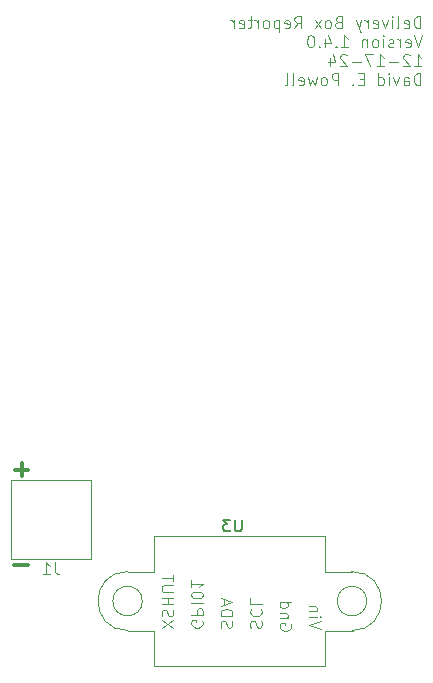
<source format=gbr>
%TF.GenerationSoftware,KiCad,Pcbnew,8.0.7-unknown-202412111143~94124538da~ubuntu24.04.1*%
%TF.CreationDate,2024-12-18T03:39:21-06:00*%
%TF.ProjectId,delivery-box-reporter,64656c69-7665-4727-992d-626f782d7265,rev?*%
%TF.SameCoordinates,Original*%
%TF.FileFunction,Legend,Bot*%
%TF.FilePolarity,Positive*%
%FSLAX46Y46*%
G04 Gerber Fmt 4.6, Leading zero omitted, Abs format (unit mm)*
G04 Created by KiCad (PCBNEW 8.0.7-unknown-202412111143~94124538da~ubuntu24.04.1) date 2024-12-18 03:39:21*
%MOMM*%
%LPD*%
G01*
G04 APERTURE LIST*
%ADD10C,0.300000*%
%ADD11C,0.100000*%
%ADD12C,0.150000*%
%ADD13C,0.120000*%
G04 APERTURE END LIST*
D10*
X123754510Y-112579400D02*
X124897368Y-112579400D01*
X124325939Y-113150828D02*
X124325939Y-112007971D01*
D11*
X158096115Y-75192587D02*
X158096115Y-74192587D01*
X158096115Y-74192587D02*
X157858020Y-74192587D01*
X157858020Y-74192587D02*
X157715163Y-74240206D01*
X157715163Y-74240206D02*
X157619925Y-74335444D01*
X157619925Y-74335444D02*
X157572306Y-74430682D01*
X157572306Y-74430682D02*
X157524687Y-74621158D01*
X157524687Y-74621158D02*
X157524687Y-74764015D01*
X157524687Y-74764015D02*
X157572306Y-74954491D01*
X157572306Y-74954491D02*
X157619925Y-75049729D01*
X157619925Y-75049729D02*
X157715163Y-75144968D01*
X157715163Y-75144968D02*
X157858020Y-75192587D01*
X157858020Y-75192587D02*
X158096115Y-75192587D01*
X156715163Y-75144968D02*
X156810401Y-75192587D01*
X156810401Y-75192587D02*
X157000877Y-75192587D01*
X157000877Y-75192587D02*
X157096115Y-75144968D01*
X157096115Y-75144968D02*
X157143734Y-75049729D01*
X157143734Y-75049729D02*
X157143734Y-74668777D01*
X157143734Y-74668777D02*
X157096115Y-74573539D01*
X157096115Y-74573539D02*
X157000877Y-74525920D01*
X157000877Y-74525920D02*
X156810401Y-74525920D01*
X156810401Y-74525920D02*
X156715163Y-74573539D01*
X156715163Y-74573539D02*
X156667544Y-74668777D01*
X156667544Y-74668777D02*
X156667544Y-74764015D01*
X156667544Y-74764015D02*
X157143734Y-74859253D01*
X156096115Y-75192587D02*
X156191353Y-75144968D01*
X156191353Y-75144968D02*
X156238972Y-75049729D01*
X156238972Y-75049729D02*
X156238972Y-74192587D01*
X155715162Y-75192587D02*
X155715162Y-74525920D01*
X155715162Y-74192587D02*
X155762781Y-74240206D01*
X155762781Y-74240206D02*
X155715162Y-74287825D01*
X155715162Y-74287825D02*
X155667543Y-74240206D01*
X155667543Y-74240206D02*
X155715162Y-74192587D01*
X155715162Y-74192587D02*
X155715162Y-74287825D01*
X155334210Y-74525920D02*
X155096115Y-75192587D01*
X155096115Y-75192587D02*
X154858020Y-74525920D01*
X154096115Y-75144968D02*
X154191353Y-75192587D01*
X154191353Y-75192587D02*
X154381829Y-75192587D01*
X154381829Y-75192587D02*
X154477067Y-75144968D01*
X154477067Y-75144968D02*
X154524686Y-75049729D01*
X154524686Y-75049729D02*
X154524686Y-74668777D01*
X154524686Y-74668777D02*
X154477067Y-74573539D01*
X154477067Y-74573539D02*
X154381829Y-74525920D01*
X154381829Y-74525920D02*
X154191353Y-74525920D01*
X154191353Y-74525920D02*
X154096115Y-74573539D01*
X154096115Y-74573539D02*
X154048496Y-74668777D01*
X154048496Y-74668777D02*
X154048496Y-74764015D01*
X154048496Y-74764015D02*
X154524686Y-74859253D01*
X153619924Y-75192587D02*
X153619924Y-74525920D01*
X153619924Y-74716396D02*
X153572305Y-74621158D01*
X153572305Y-74621158D02*
X153524686Y-74573539D01*
X153524686Y-74573539D02*
X153429448Y-74525920D01*
X153429448Y-74525920D02*
X153334210Y-74525920D01*
X153096114Y-74525920D02*
X152858019Y-75192587D01*
X152619924Y-74525920D02*
X152858019Y-75192587D01*
X152858019Y-75192587D02*
X152953257Y-75430682D01*
X152953257Y-75430682D02*
X153000876Y-75478301D01*
X153000876Y-75478301D02*
X153096114Y-75525920D01*
X151143733Y-74668777D02*
X151000876Y-74716396D01*
X151000876Y-74716396D02*
X150953257Y-74764015D01*
X150953257Y-74764015D02*
X150905638Y-74859253D01*
X150905638Y-74859253D02*
X150905638Y-75002110D01*
X150905638Y-75002110D02*
X150953257Y-75097348D01*
X150953257Y-75097348D02*
X151000876Y-75144968D01*
X151000876Y-75144968D02*
X151096114Y-75192587D01*
X151096114Y-75192587D02*
X151477066Y-75192587D01*
X151477066Y-75192587D02*
X151477066Y-74192587D01*
X151477066Y-74192587D02*
X151143733Y-74192587D01*
X151143733Y-74192587D02*
X151048495Y-74240206D01*
X151048495Y-74240206D02*
X151000876Y-74287825D01*
X151000876Y-74287825D02*
X150953257Y-74383063D01*
X150953257Y-74383063D02*
X150953257Y-74478301D01*
X150953257Y-74478301D02*
X151000876Y-74573539D01*
X151000876Y-74573539D02*
X151048495Y-74621158D01*
X151048495Y-74621158D02*
X151143733Y-74668777D01*
X151143733Y-74668777D02*
X151477066Y-74668777D01*
X150334209Y-75192587D02*
X150429447Y-75144968D01*
X150429447Y-75144968D02*
X150477066Y-75097348D01*
X150477066Y-75097348D02*
X150524685Y-75002110D01*
X150524685Y-75002110D02*
X150524685Y-74716396D01*
X150524685Y-74716396D02*
X150477066Y-74621158D01*
X150477066Y-74621158D02*
X150429447Y-74573539D01*
X150429447Y-74573539D02*
X150334209Y-74525920D01*
X150334209Y-74525920D02*
X150191352Y-74525920D01*
X150191352Y-74525920D02*
X150096114Y-74573539D01*
X150096114Y-74573539D02*
X150048495Y-74621158D01*
X150048495Y-74621158D02*
X150000876Y-74716396D01*
X150000876Y-74716396D02*
X150000876Y-75002110D01*
X150000876Y-75002110D02*
X150048495Y-75097348D01*
X150048495Y-75097348D02*
X150096114Y-75144968D01*
X150096114Y-75144968D02*
X150191352Y-75192587D01*
X150191352Y-75192587D02*
X150334209Y-75192587D01*
X149667542Y-75192587D02*
X149143733Y-74525920D01*
X149667542Y-74525920D02*
X149143733Y-75192587D01*
X147429447Y-75192587D02*
X147762780Y-74716396D01*
X148000875Y-75192587D02*
X148000875Y-74192587D01*
X148000875Y-74192587D02*
X147619923Y-74192587D01*
X147619923Y-74192587D02*
X147524685Y-74240206D01*
X147524685Y-74240206D02*
X147477066Y-74287825D01*
X147477066Y-74287825D02*
X147429447Y-74383063D01*
X147429447Y-74383063D02*
X147429447Y-74525920D01*
X147429447Y-74525920D02*
X147477066Y-74621158D01*
X147477066Y-74621158D02*
X147524685Y-74668777D01*
X147524685Y-74668777D02*
X147619923Y-74716396D01*
X147619923Y-74716396D02*
X148000875Y-74716396D01*
X146619923Y-75144968D02*
X146715161Y-75192587D01*
X146715161Y-75192587D02*
X146905637Y-75192587D01*
X146905637Y-75192587D02*
X147000875Y-75144968D01*
X147000875Y-75144968D02*
X147048494Y-75049729D01*
X147048494Y-75049729D02*
X147048494Y-74668777D01*
X147048494Y-74668777D02*
X147000875Y-74573539D01*
X147000875Y-74573539D02*
X146905637Y-74525920D01*
X146905637Y-74525920D02*
X146715161Y-74525920D01*
X146715161Y-74525920D02*
X146619923Y-74573539D01*
X146619923Y-74573539D02*
X146572304Y-74668777D01*
X146572304Y-74668777D02*
X146572304Y-74764015D01*
X146572304Y-74764015D02*
X147048494Y-74859253D01*
X146143732Y-74525920D02*
X146143732Y-75525920D01*
X146143732Y-74573539D02*
X146048494Y-74525920D01*
X146048494Y-74525920D02*
X145858018Y-74525920D01*
X145858018Y-74525920D02*
X145762780Y-74573539D01*
X145762780Y-74573539D02*
X145715161Y-74621158D01*
X145715161Y-74621158D02*
X145667542Y-74716396D01*
X145667542Y-74716396D02*
X145667542Y-75002110D01*
X145667542Y-75002110D02*
X145715161Y-75097348D01*
X145715161Y-75097348D02*
X145762780Y-75144968D01*
X145762780Y-75144968D02*
X145858018Y-75192587D01*
X145858018Y-75192587D02*
X146048494Y-75192587D01*
X146048494Y-75192587D02*
X146143732Y-75144968D01*
X145096113Y-75192587D02*
X145191351Y-75144968D01*
X145191351Y-75144968D02*
X145238970Y-75097348D01*
X145238970Y-75097348D02*
X145286589Y-75002110D01*
X145286589Y-75002110D02*
X145286589Y-74716396D01*
X145286589Y-74716396D02*
X145238970Y-74621158D01*
X145238970Y-74621158D02*
X145191351Y-74573539D01*
X145191351Y-74573539D02*
X145096113Y-74525920D01*
X145096113Y-74525920D02*
X144953256Y-74525920D01*
X144953256Y-74525920D02*
X144858018Y-74573539D01*
X144858018Y-74573539D02*
X144810399Y-74621158D01*
X144810399Y-74621158D02*
X144762780Y-74716396D01*
X144762780Y-74716396D02*
X144762780Y-75002110D01*
X144762780Y-75002110D02*
X144810399Y-75097348D01*
X144810399Y-75097348D02*
X144858018Y-75144968D01*
X144858018Y-75144968D02*
X144953256Y-75192587D01*
X144953256Y-75192587D02*
X145096113Y-75192587D01*
X144334208Y-75192587D02*
X144334208Y-74525920D01*
X144334208Y-74716396D02*
X144286589Y-74621158D01*
X144286589Y-74621158D02*
X144238970Y-74573539D01*
X144238970Y-74573539D02*
X144143732Y-74525920D01*
X144143732Y-74525920D02*
X144048494Y-74525920D01*
X143858017Y-74525920D02*
X143477065Y-74525920D01*
X143715160Y-74192587D02*
X143715160Y-75049729D01*
X143715160Y-75049729D02*
X143667541Y-75144968D01*
X143667541Y-75144968D02*
X143572303Y-75192587D01*
X143572303Y-75192587D02*
X143477065Y-75192587D01*
X142762779Y-75144968D02*
X142858017Y-75192587D01*
X142858017Y-75192587D02*
X143048493Y-75192587D01*
X143048493Y-75192587D02*
X143143731Y-75144968D01*
X143143731Y-75144968D02*
X143191350Y-75049729D01*
X143191350Y-75049729D02*
X143191350Y-74668777D01*
X143191350Y-74668777D02*
X143143731Y-74573539D01*
X143143731Y-74573539D02*
X143048493Y-74525920D01*
X143048493Y-74525920D02*
X142858017Y-74525920D01*
X142858017Y-74525920D02*
X142762779Y-74573539D01*
X142762779Y-74573539D02*
X142715160Y-74668777D01*
X142715160Y-74668777D02*
X142715160Y-74764015D01*
X142715160Y-74764015D02*
X143191350Y-74859253D01*
X142286588Y-75192587D02*
X142286588Y-74525920D01*
X142286588Y-74716396D02*
X142238969Y-74621158D01*
X142238969Y-74621158D02*
X142191350Y-74573539D01*
X142191350Y-74573539D02*
X142096112Y-74525920D01*
X142096112Y-74525920D02*
X142000874Y-74525920D01*
X158238972Y-75802531D02*
X157905639Y-76802531D01*
X157905639Y-76802531D02*
X157572306Y-75802531D01*
X156858020Y-76754912D02*
X156953258Y-76802531D01*
X156953258Y-76802531D02*
X157143734Y-76802531D01*
X157143734Y-76802531D02*
X157238972Y-76754912D01*
X157238972Y-76754912D02*
X157286591Y-76659673D01*
X157286591Y-76659673D02*
X157286591Y-76278721D01*
X157286591Y-76278721D02*
X157238972Y-76183483D01*
X157238972Y-76183483D02*
X157143734Y-76135864D01*
X157143734Y-76135864D02*
X156953258Y-76135864D01*
X156953258Y-76135864D02*
X156858020Y-76183483D01*
X156858020Y-76183483D02*
X156810401Y-76278721D01*
X156810401Y-76278721D02*
X156810401Y-76373959D01*
X156810401Y-76373959D02*
X157286591Y-76469197D01*
X156381829Y-76802531D02*
X156381829Y-76135864D01*
X156381829Y-76326340D02*
X156334210Y-76231102D01*
X156334210Y-76231102D02*
X156286591Y-76183483D01*
X156286591Y-76183483D02*
X156191353Y-76135864D01*
X156191353Y-76135864D02*
X156096115Y-76135864D01*
X155810400Y-76754912D02*
X155715162Y-76802531D01*
X155715162Y-76802531D02*
X155524686Y-76802531D01*
X155524686Y-76802531D02*
X155429448Y-76754912D01*
X155429448Y-76754912D02*
X155381829Y-76659673D01*
X155381829Y-76659673D02*
X155381829Y-76612054D01*
X155381829Y-76612054D02*
X155429448Y-76516816D01*
X155429448Y-76516816D02*
X155524686Y-76469197D01*
X155524686Y-76469197D02*
X155667543Y-76469197D01*
X155667543Y-76469197D02*
X155762781Y-76421578D01*
X155762781Y-76421578D02*
X155810400Y-76326340D01*
X155810400Y-76326340D02*
X155810400Y-76278721D01*
X155810400Y-76278721D02*
X155762781Y-76183483D01*
X155762781Y-76183483D02*
X155667543Y-76135864D01*
X155667543Y-76135864D02*
X155524686Y-76135864D01*
X155524686Y-76135864D02*
X155429448Y-76183483D01*
X154953257Y-76802531D02*
X154953257Y-76135864D01*
X154953257Y-75802531D02*
X155000876Y-75850150D01*
X155000876Y-75850150D02*
X154953257Y-75897769D01*
X154953257Y-75897769D02*
X154905638Y-75850150D01*
X154905638Y-75850150D02*
X154953257Y-75802531D01*
X154953257Y-75802531D02*
X154953257Y-75897769D01*
X154334210Y-76802531D02*
X154429448Y-76754912D01*
X154429448Y-76754912D02*
X154477067Y-76707292D01*
X154477067Y-76707292D02*
X154524686Y-76612054D01*
X154524686Y-76612054D02*
X154524686Y-76326340D01*
X154524686Y-76326340D02*
X154477067Y-76231102D01*
X154477067Y-76231102D02*
X154429448Y-76183483D01*
X154429448Y-76183483D02*
X154334210Y-76135864D01*
X154334210Y-76135864D02*
X154191353Y-76135864D01*
X154191353Y-76135864D02*
X154096115Y-76183483D01*
X154096115Y-76183483D02*
X154048496Y-76231102D01*
X154048496Y-76231102D02*
X154000877Y-76326340D01*
X154000877Y-76326340D02*
X154000877Y-76612054D01*
X154000877Y-76612054D02*
X154048496Y-76707292D01*
X154048496Y-76707292D02*
X154096115Y-76754912D01*
X154096115Y-76754912D02*
X154191353Y-76802531D01*
X154191353Y-76802531D02*
X154334210Y-76802531D01*
X153572305Y-76135864D02*
X153572305Y-76802531D01*
X153572305Y-76231102D02*
X153524686Y-76183483D01*
X153524686Y-76183483D02*
X153429448Y-76135864D01*
X153429448Y-76135864D02*
X153286591Y-76135864D01*
X153286591Y-76135864D02*
X153191353Y-76183483D01*
X153191353Y-76183483D02*
X153143734Y-76278721D01*
X153143734Y-76278721D02*
X153143734Y-76802531D01*
X151381829Y-76802531D02*
X151953257Y-76802531D01*
X151667543Y-76802531D02*
X151667543Y-75802531D01*
X151667543Y-75802531D02*
X151762781Y-75945388D01*
X151762781Y-75945388D02*
X151858019Y-76040626D01*
X151858019Y-76040626D02*
X151953257Y-76088245D01*
X150953257Y-76707292D02*
X150905638Y-76754912D01*
X150905638Y-76754912D02*
X150953257Y-76802531D01*
X150953257Y-76802531D02*
X151000876Y-76754912D01*
X151000876Y-76754912D02*
X150953257Y-76707292D01*
X150953257Y-76707292D02*
X150953257Y-76802531D01*
X150048496Y-76135864D02*
X150048496Y-76802531D01*
X150286591Y-75754912D02*
X150524686Y-76469197D01*
X150524686Y-76469197D02*
X149905639Y-76469197D01*
X149524686Y-76707292D02*
X149477067Y-76754912D01*
X149477067Y-76754912D02*
X149524686Y-76802531D01*
X149524686Y-76802531D02*
X149572305Y-76754912D01*
X149572305Y-76754912D02*
X149524686Y-76707292D01*
X149524686Y-76707292D02*
X149524686Y-76802531D01*
X148858020Y-75802531D02*
X148762782Y-75802531D01*
X148762782Y-75802531D02*
X148667544Y-75850150D01*
X148667544Y-75850150D02*
X148619925Y-75897769D01*
X148619925Y-75897769D02*
X148572306Y-75993007D01*
X148572306Y-75993007D02*
X148524687Y-76183483D01*
X148524687Y-76183483D02*
X148524687Y-76421578D01*
X148524687Y-76421578D02*
X148572306Y-76612054D01*
X148572306Y-76612054D02*
X148619925Y-76707292D01*
X148619925Y-76707292D02*
X148667544Y-76754912D01*
X148667544Y-76754912D02*
X148762782Y-76802531D01*
X148762782Y-76802531D02*
X148858020Y-76802531D01*
X148858020Y-76802531D02*
X148953258Y-76754912D01*
X148953258Y-76754912D02*
X149000877Y-76707292D01*
X149000877Y-76707292D02*
X149048496Y-76612054D01*
X149048496Y-76612054D02*
X149096115Y-76421578D01*
X149096115Y-76421578D02*
X149096115Y-76183483D01*
X149096115Y-76183483D02*
X149048496Y-75993007D01*
X149048496Y-75993007D02*
X149000877Y-75897769D01*
X149000877Y-75897769D02*
X148953258Y-75850150D01*
X148953258Y-75850150D02*
X148858020Y-75802531D01*
X157572306Y-78412475D02*
X158143734Y-78412475D01*
X157858020Y-78412475D02*
X157858020Y-77412475D01*
X157858020Y-77412475D02*
X157953258Y-77555332D01*
X157953258Y-77555332D02*
X158048496Y-77650570D01*
X158048496Y-77650570D02*
X158143734Y-77698189D01*
X157191353Y-77507713D02*
X157143734Y-77460094D01*
X157143734Y-77460094D02*
X157048496Y-77412475D01*
X157048496Y-77412475D02*
X156810401Y-77412475D01*
X156810401Y-77412475D02*
X156715163Y-77460094D01*
X156715163Y-77460094D02*
X156667544Y-77507713D01*
X156667544Y-77507713D02*
X156619925Y-77602951D01*
X156619925Y-77602951D02*
X156619925Y-77698189D01*
X156619925Y-77698189D02*
X156667544Y-77841046D01*
X156667544Y-77841046D02*
X157238972Y-78412475D01*
X157238972Y-78412475D02*
X156619925Y-78412475D01*
X156191353Y-78031522D02*
X155429449Y-78031522D01*
X154429449Y-78412475D02*
X155000877Y-78412475D01*
X154715163Y-78412475D02*
X154715163Y-77412475D01*
X154715163Y-77412475D02*
X154810401Y-77555332D01*
X154810401Y-77555332D02*
X154905639Y-77650570D01*
X154905639Y-77650570D02*
X155000877Y-77698189D01*
X154096115Y-77412475D02*
X153429449Y-77412475D01*
X153429449Y-77412475D02*
X153858020Y-78412475D01*
X153048496Y-78031522D02*
X152286592Y-78031522D01*
X151858020Y-77507713D02*
X151810401Y-77460094D01*
X151810401Y-77460094D02*
X151715163Y-77412475D01*
X151715163Y-77412475D02*
X151477068Y-77412475D01*
X151477068Y-77412475D02*
X151381830Y-77460094D01*
X151381830Y-77460094D02*
X151334211Y-77507713D01*
X151334211Y-77507713D02*
X151286592Y-77602951D01*
X151286592Y-77602951D02*
X151286592Y-77698189D01*
X151286592Y-77698189D02*
X151334211Y-77841046D01*
X151334211Y-77841046D02*
X151905639Y-78412475D01*
X151905639Y-78412475D02*
X151286592Y-78412475D01*
X150429449Y-77745808D02*
X150429449Y-78412475D01*
X150667544Y-77364856D02*
X150905639Y-78079141D01*
X150905639Y-78079141D02*
X150286592Y-78079141D01*
X158096115Y-80022419D02*
X158096115Y-79022419D01*
X158096115Y-79022419D02*
X157858020Y-79022419D01*
X157858020Y-79022419D02*
X157715163Y-79070038D01*
X157715163Y-79070038D02*
X157619925Y-79165276D01*
X157619925Y-79165276D02*
X157572306Y-79260514D01*
X157572306Y-79260514D02*
X157524687Y-79450990D01*
X157524687Y-79450990D02*
X157524687Y-79593847D01*
X157524687Y-79593847D02*
X157572306Y-79784323D01*
X157572306Y-79784323D02*
X157619925Y-79879561D01*
X157619925Y-79879561D02*
X157715163Y-79974800D01*
X157715163Y-79974800D02*
X157858020Y-80022419D01*
X157858020Y-80022419D02*
X158096115Y-80022419D01*
X156667544Y-80022419D02*
X156667544Y-79498609D01*
X156667544Y-79498609D02*
X156715163Y-79403371D01*
X156715163Y-79403371D02*
X156810401Y-79355752D01*
X156810401Y-79355752D02*
X157000877Y-79355752D01*
X157000877Y-79355752D02*
X157096115Y-79403371D01*
X156667544Y-79974800D02*
X156762782Y-80022419D01*
X156762782Y-80022419D02*
X157000877Y-80022419D01*
X157000877Y-80022419D02*
X157096115Y-79974800D01*
X157096115Y-79974800D02*
X157143734Y-79879561D01*
X157143734Y-79879561D02*
X157143734Y-79784323D01*
X157143734Y-79784323D02*
X157096115Y-79689085D01*
X157096115Y-79689085D02*
X157000877Y-79641466D01*
X157000877Y-79641466D02*
X156762782Y-79641466D01*
X156762782Y-79641466D02*
X156667544Y-79593847D01*
X156286591Y-79355752D02*
X156048496Y-80022419D01*
X156048496Y-80022419D02*
X155810401Y-79355752D01*
X155429448Y-80022419D02*
X155429448Y-79355752D01*
X155429448Y-79022419D02*
X155477067Y-79070038D01*
X155477067Y-79070038D02*
X155429448Y-79117657D01*
X155429448Y-79117657D02*
X155381829Y-79070038D01*
X155381829Y-79070038D02*
X155429448Y-79022419D01*
X155429448Y-79022419D02*
X155429448Y-79117657D01*
X154524687Y-80022419D02*
X154524687Y-79022419D01*
X154524687Y-79974800D02*
X154619925Y-80022419D01*
X154619925Y-80022419D02*
X154810401Y-80022419D01*
X154810401Y-80022419D02*
X154905639Y-79974800D01*
X154905639Y-79974800D02*
X154953258Y-79927180D01*
X154953258Y-79927180D02*
X155000877Y-79831942D01*
X155000877Y-79831942D02*
X155000877Y-79546228D01*
X155000877Y-79546228D02*
X154953258Y-79450990D01*
X154953258Y-79450990D02*
X154905639Y-79403371D01*
X154905639Y-79403371D02*
X154810401Y-79355752D01*
X154810401Y-79355752D02*
X154619925Y-79355752D01*
X154619925Y-79355752D02*
X154524687Y-79403371D01*
X153286591Y-79498609D02*
X152953258Y-79498609D01*
X152810401Y-80022419D02*
X153286591Y-80022419D01*
X153286591Y-80022419D02*
X153286591Y-79022419D01*
X153286591Y-79022419D02*
X152810401Y-79022419D01*
X152381829Y-79927180D02*
X152334210Y-79974800D01*
X152334210Y-79974800D02*
X152381829Y-80022419D01*
X152381829Y-80022419D02*
X152429448Y-79974800D01*
X152429448Y-79974800D02*
X152381829Y-79927180D01*
X152381829Y-79927180D02*
X152381829Y-80022419D01*
X151143734Y-80022419D02*
X151143734Y-79022419D01*
X151143734Y-79022419D02*
X150762782Y-79022419D01*
X150762782Y-79022419D02*
X150667544Y-79070038D01*
X150667544Y-79070038D02*
X150619925Y-79117657D01*
X150619925Y-79117657D02*
X150572306Y-79212895D01*
X150572306Y-79212895D02*
X150572306Y-79355752D01*
X150572306Y-79355752D02*
X150619925Y-79450990D01*
X150619925Y-79450990D02*
X150667544Y-79498609D01*
X150667544Y-79498609D02*
X150762782Y-79546228D01*
X150762782Y-79546228D02*
X151143734Y-79546228D01*
X150000877Y-80022419D02*
X150096115Y-79974800D01*
X150096115Y-79974800D02*
X150143734Y-79927180D01*
X150143734Y-79927180D02*
X150191353Y-79831942D01*
X150191353Y-79831942D02*
X150191353Y-79546228D01*
X150191353Y-79546228D02*
X150143734Y-79450990D01*
X150143734Y-79450990D02*
X150096115Y-79403371D01*
X150096115Y-79403371D02*
X150000877Y-79355752D01*
X150000877Y-79355752D02*
X149858020Y-79355752D01*
X149858020Y-79355752D02*
X149762782Y-79403371D01*
X149762782Y-79403371D02*
X149715163Y-79450990D01*
X149715163Y-79450990D02*
X149667544Y-79546228D01*
X149667544Y-79546228D02*
X149667544Y-79831942D01*
X149667544Y-79831942D02*
X149715163Y-79927180D01*
X149715163Y-79927180D02*
X149762782Y-79974800D01*
X149762782Y-79974800D02*
X149858020Y-80022419D01*
X149858020Y-80022419D02*
X150000877Y-80022419D01*
X149334210Y-79355752D02*
X149143734Y-80022419D01*
X149143734Y-80022419D02*
X148953258Y-79546228D01*
X148953258Y-79546228D02*
X148762782Y-80022419D01*
X148762782Y-80022419D02*
X148572306Y-79355752D01*
X147810401Y-79974800D02*
X147905639Y-80022419D01*
X147905639Y-80022419D02*
X148096115Y-80022419D01*
X148096115Y-80022419D02*
X148191353Y-79974800D01*
X148191353Y-79974800D02*
X148238972Y-79879561D01*
X148238972Y-79879561D02*
X148238972Y-79498609D01*
X148238972Y-79498609D02*
X148191353Y-79403371D01*
X148191353Y-79403371D02*
X148096115Y-79355752D01*
X148096115Y-79355752D02*
X147905639Y-79355752D01*
X147905639Y-79355752D02*
X147810401Y-79403371D01*
X147810401Y-79403371D02*
X147762782Y-79498609D01*
X147762782Y-79498609D02*
X147762782Y-79593847D01*
X147762782Y-79593847D02*
X148238972Y-79689085D01*
X147191353Y-80022419D02*
X147286591Y-79974800D01*
X147286591Y-79974800D02*
X147334210Y-79879561D01*
X147334210Y-79879561D02*
X147334210Y-79022419D01*
X146667543Y-80022419D02*
X146762781Y-79974800D01*
X146762781Y-79974800D02*
X146810400Y-79879561D01*
X146810400Y-79879561D02*
X146810400Y-79022419D01*
D10*
X123704510Y-120679400D02*
X124847368Y-120679400D01*
D12*
X142961904Y-116804819D02*
X142961904Y-117614342D01*
X142961904Y-117614342D02*
X142914285Y-117709580D01*
X142914285Y-117709580D02*
X142866666Y-117757200D01*
X142866666Y-117757200D02*
X142771428Y-117804819D01*
X142771428Y-117804819D02*
X142580952Y-117804819D01*
X142580952Y-117804819D02*
X142485714Y-117757200D01*
X142485714Y-117757200D02*
X142438095Y-117709580D01*
X142438095Y-117709580D02*
X142390476Y-117614342D01*
X142390476Y-117614342D02*
X142390476Y-116804819D01*
X142009523Y-116804819D02*
X141390476Y-116804819D01*
X141390476Y-116804819D02*
X141723809Y-117185771D01*
X141723809Y-117185771D02*
X141580952Y-117185771D01*
X141580952Y-117185771D02*
X141485714Y-117233390D01*
X141485714Y-117233390D02*
X141438095Y-117281009D01*
X141438095Y-117281009D02*
X141390476Y-117376247D01*
X141390476Y-117376247D02*
X141390476Y-117614342D01*
X141390476Y-117614342D02*
X141438095Y-117709580D01*
X141438095Y-117709580D02*
X141485714Y-117757200D01*
X141485714Y-117757200D02*
X141580952Y-117804819D01*
X141580952Y-117804819D02*
X141866666Y-117804819D01*
X141866666Y-117804819D02*
X141961904Y-117757200D01*
X141961904Y-117757200D02*
X142009523Y-117709580D01*
D11*
X143725200Y-125943734D02*
X143677580Y-125800877D01*
X143677580Y-125800877D02*
X143677580Y-125562782D01*
X143677580Y-125562782D02*
X143725200Y-125467544D01*
X143725200Y-125467544D02*
X143772819Y-125419925D01*
X143772819Y-125419925D02*
X143868057Y-125372306D01*
X143868057Y-125372306D02*
X143963295Y-125372306D01*
X143963295Y-125372306D02*
X144058533Y-125419925D01*
X144058533Y-125419925D02*
X144106152Y-125467544D01*
X144106152Y-125467544D02*
X144153771Y-125562782D01*
X144153771Y-125562782D02*
X144201390Y-125753258D01*
X144201390Y-125753258D02*
X144249009Y-125848496D01*
X144249009Y-125848496D02*
X144296628Y-125896115D01*
X144296628Y-125896115D02*
X144391866Y-125943734D01*
X144391866Y-125943734D02*
X144487104Y-125943734D01*
X144487104Y-125943734D02*
X144582342Y-125896115D01*
X144582342Y-125896115D02*
X144629961Y-125848496D01*
X144629961Y-125848496D02*
X144677580Y-125753258D01*
X144677580Y-125753258D02*
X144677580Y-125515163D01*
X144677580Y-125515163D02*
X144629961Y-125372306D01*
X143772819Y-124372306D02*
X143725200Y-124419925D01*
X143725200Y-124419925D02*
X143677580Y-124562782D01*
X143677580Y-124562782D02*
X143677580Y-124658020D01*
X143677580Y-124658020D02*
X143725200Y-124800877D01*
X143725200Y-124800877D02*
X143820438Y-124896115D01*
X143820438Y-124896115D02*
X143915676Y-124943734D01*
X143915676Y-124943734D02*
X144106152Y-124991353D01*
X144106152Y-124991353D02*
X144249009Y-124991353D01*
X144249009Y-124991353D02*
X144439485Y-124943734D01*
X144439485Y-124943734D02*
X144534723Y-124896115D01*
X144534723Y-124896115D02*
X144629961Y-124800877D01*
X144629961Y-124800877D02*
X144677580Y-124658020D01*
X144677580Y-124658020D02*
X144677580Y-124562782D01*
X144677580Y-124562782D02*
X144629961Y-124419925D01*
X144629961Y-124419925D02*
X144582342Y-124372306D01*
X143677580Y-123467544D02*
X143677580Y-123943734D01*
X143677580Y-123943734D02*
X144677580Y-123943734D01*
X147129961Y-125622306D02*
X147177580Y-125717544D01*
X147177580Y-125717544D02*
X147177580Y-125860401D01*
X147177580Y-125860401D02*
X147129961Y-126003258D01*
X147129961Y-126003258D02*
X147034723Y-126098496D01*
X147034723Y-126098496D02*
X146939485Y-126146115D01*
X146939485Y-126146115D02*
X146749009Y-126193734D01*
X146749009Y-126193734D02*
X146606152Y-126193734D01*
X146606152Y-126193734D02*
X146415676Y-126146115D01*
X146415676Y-126146115D02*
X146320438Y-126098496D01*
X146320438Y-126098496D02*
X146225200Y-126003258D01*
X146225200Y-126003258D02*
X146177580Y-125860401D01*
X146177580Y-125860401D02*
X146177580Y-125765163D01*
X146177580Y-125765163D02*
X146225200Y-125622306D01*
X146225200Y-125622306D02*
X146272819Y-125574687D01*
X146272819Y-125574687D02*
X146606152Y-125574687D01*
X146606152Y-125574687D02*
X146606152Y-125765163D01*
X146844247Y-125146115D02*
X146177580Y-125146115D01*
X146749009Y-125146115D02*
X146796628Y-125098496D01*
X146796628Y-125098496D02*
X146844247Y-125003258D01*
X146844247Y-125003258D02*
X146844247Y-124860401D01*
X146844247Y-124860401D02*
X146796628Y-124765163D01*
X146796628Y-124765163D02*
X146701390Y-124717544D01*
X146701390Y-124717544D02*
X146177580Y-124717544D01*
X146177580Y-123812782D02*
X147177580Y-123812782D01*
X146225200Y-123812782D02*
X146177580Y-123908020D01*
X146177580Y-123908020D02*
X146177580Y-124098496D01*
X146177580Y-124098496D02*
X146225200Y-124193734D01*
X146225200Y-124193734D02*
X146272819Y-124241353D01*
X146272819Y-124241353D02*
X146368057Y-124288972D01*
X146368057Y-124288972D02*
X146653771Y-124288972D01*
X146653771Y-124288972D02*
X146749009Y-124241353D01*
X146749009Y-124241353D02*
X146796628Y-124193734D01*
X146796628Y-124193734D02*
X146844247Y-124098496D01*
X146844247Y-124098496D02*
X146844247Y-123908020D01*
X146844247Y-123908020D02*
X146796628Y-123812782D01*
X149677580Y-126038972D02*
X148677580Y-125705639D01*
X148677580Y-125705639D02*
X149677580Y-125372306D01*
X148677580Y-125038972D02*
X149344247Y-125038972D01*
X149677580Y-125038972D02*
X149629961Y-125086591D01*
X149629961Y-125086591D02*
X149582342Y-125038972D01*
X149582342Y-125038972D02*
X149629961Y-124991353D01*
X149629961Y-124991353D02*
X149677580Y-125038972D01*
X149677580Y-125038972D02*
X149582342Y-125038972D01*
X149344247Y-124562782D02*
X148677580Y-124562782D01*
X149249009Y-124562782D02*
X149296628Y-124515163D01*
X149296628Y-124515163D02*
X149344247Y-124419925D01*
X149344247Y-124419925D02*
X149344247Y-124277068D01*
X149344247Y-124277068D02*
X149296628Y-124181830D01*
X149296628Y-124181830D02*
X149201390Y-124134211D01*
X149201390Y-124134211D02*
X148677580Y-124134211D01*
X141225200Y-125943734D02*
X141177580Y-125800877D01*
X141177580Y-125800877D02*
X141177580Y-125562782D01*
X141177580Y-125562782D02*
X141225200Y-125467544D01*
X141225200Y-125467544D02*
X141272819Y-125419925D01*
X141272819Y-125419925D02*
X141368057Y-125372306D01*
X141368057Y-125372306D02*
X141463295Y-125372306D01*
X141463295Y-125372306D02*
X141558533Y-125419925D01*
X141558533Y-125419925D02*
X141606152Y-125467544D01*
X141606152Y-125467544D02*
X141653771Y-125562782D01*
X141653771Y-125562782D02*
X141701390Y-125753258D01*
X141701390Y-125753258D02*
X141749009Y-125848496D01*
X141749009Y-125848496D02*
X141796628Y-125896115D01*
X141796628Y-125896115D02*
X141891866Y-125943734D01*
X141891866Y-125943734D02*
X141987104Y-125943734D01*
X141987104Y-125943734D02*
X142082342Y-125896115D01*
X142082342Y-125896115D02*
X142129961Y-125848496D01*
X142129961Y-125848496D02*
X142177580Y-125753258D01*
X142177580Y-125753258D02*
X142177580Y-125515163D01*
X142177580Y-125515163D02*
X142129961Y-125372306D01*
X141177580Y-124943734D02*
X142177580Y-124943734D01*
X142177580Y-124943734D02*
X142177580Y-124705639D01*
X142177580Y-124705639D02*
X142129961Y-124562782D01*
X142129961Y-124562782D02*
X142034723Y-124467544D01*
X142034723Y-124467544D02*
X141939485Y-124419925D01*
X141939485Y-124419925D02*
X141749009Y-124372306D01*
X141749009Y-124372306D02*
X141606152Y-124372306D01*
X141606152Y-124372306D02*
X141415676Y-124419925D01*
X141415676Y-124419925D02*
X141320438Y-124467544D01*
X141320438Y-124467544D02*
X141225200Y-124562782D01*
X141225200Y-124562782D02*
X141177580Y-124705639D01*
X141177580Y-124705639D02*
X141177580Y-124943734D01*
X141463295Y-123991353D02*
X141463295Y-123515163D01*
X141177580Y-124086591D02*
X142177580Y-123753258D01*
X142177580Y-123753258D02*
X141177580Y-123419925D01*
X137177580Y-125991353D02*
X136177580Y-125324687D01*
X137177580Y-125324687D02*
X136177580Y-125991353D01*
X136225200Y-124991353D02*
X136177580Y-124848496D01*
X136177580Y-124848496D02*
X136177580Y-124610401D01*
X136177580Y-124610401D02*
X136225200Y-124515163D01*
X136225200Y-124515163D02*
X136272819Y-124467544D01*
X136272819Y-124467544D02*
X136368057Y-124419925D01*
X136368057Y-124419925D02*
X136463295Y-124419925D01*
X136463295Y-124419925D02*
X136558533Y-124467544D01*
X136558533Y-124467544D02*
X136606152Y-124515163D01*
X136606152Y-124515163D02*
X136653771Y-124610401D01*
X136653771Y-124610401D02*
X136701390Y-124800877D01*
X136701390Y-124800877D02*
X136749009Y-124896115D01*
X136749009Y-124896115D02*
X136796628Y-124943734D01*
X136796628Y-124943734D02*
X136891866Y-124991353D01*
X136891866Y-124991353D02*
X136987104Y-124991353D01*
X136987104Y-124991353D02*
X137082342Y-124943734D01*
X137082342Y-124943734D02*
X137129961Y-124896115D01*
X137129961Y-124896115D02*
X137177580Y-124800877D01*
X137177580Y-124800877D02*
X137177580Y-124562782D01*
X137177580Y-124562782D02*
X137129961Y-124419925D01*
X136177580Y-123991353D02*
X137177580Y-123991353D01*
X136701390Y-123991353D02*
X136701390Y-123419925D01*
X136177580Y-123419925D02*
X137177580Y-123419925D01*
X137177580Y-122943734D02*
X136368057Y-122943734D01*
X136368057Y-122943734D02*
X136272819Y-122896115D01*
X136272819Y-122896115D02*
X136225200Y-122848496D01*
X136225200Y-122848496D02*
X136177580Y-122753258D01*
X136177580Y-122753258D02*
X136177580Y-122562782D01*
X136177580Y-122562782D02*
X136225200Y-122467544D01*
X136225200Y-122467544D02*
X136272819Y-122419925D01*
X136272819Y-122419925D02*
X136368057Y-122372306D01*
X136368057Y-122372306D02*
X137177580Y-122372306D01*
X137177580Y-122038972D02*
X137177580Y-121467544D01*
X136177580Y-121753258D02*
X137177580Y-121753258D01*
X139629961Y-125372306D02*
X139677580Y-125467544D01*
X139677580Y-125467544D02*
X139677580Y-125610401D01*
X139677580Y-125610401D02*
X139629961Y-125753258D01*
X139629961Y-125753258D02*
X139534723Y-125848496D01*
X139534723Y-125848496D02*
X139439485Y-125896115D01*
X139439485Y-125896115D02*
X139249009Y-125943734D01*
X139249009Y-125943734D02*
X139106152Y-125943734D01*
X139106152Y-125943734D02*
X138915676Y-125896115D01*
X138915676Y-125896115D02*
X138820438Y-125848496D01*
X138820438Y-125848496D02*
X138725200Y-125753258D01*
X138725200Y-125753258D02*
X138677580Y-125610401D01*
X138677580Y-125610401D02*
X138677580Y-125515163D01*
X138677580Y-125515163D02*
X138725200Y-125372306D01*
X138725200Y-125372306D02*
X138772819Y-125324687D01*
X138772819Y-125324687D02*
X139106152Y-125324687D01*
X139106152Y-125324687D02*
X139106152Y-125515163D01*
X138677580Y-124896115D02*
X139677580Y-124896115D01*
X139677580Y-124896115D02*
X139677580Y-124515163D01*
X139677580Y-124515163D02*
X139629961Y-124419925D01*
X139629961Y-124419925D02*
X139582342Y-124372306D01*
X139582342Y-124372306D02*
X139487104Y-124324687D01*
X139487104Y-124324687D02*
X139344247Y-124324687D01*
X139344247Y-124324687D02*
X139249009Y-124372306D01*
X139249009Y-124372306D02*
X139201390Y-124419925D01*
X139201390Y-124419925D02*
X139153771Y-124515163D01*
X139153771Y-124515163D02*
X139153771Y-124896115D01*
X138677580Y-123896115D02*
X139677580Y-123896115D01*
X139677580Y-123229449D02*
X139677580Y-123134211D01*
X139677580Y-123134211D02*
X139629961Y-123038973D01*
X139629961Y-123038973D02*
X139582342Y-122991354D01*
X139582342Y-122991354D02*
X139487104Y-122943735D01*
X139487104Y-122943735D02*
X139296628Y-122896116D01*
X139296628Y-122896116D02*
X139058533Y-122896116D01*
X139058533Y-122896116D02*
X138868057Y-122943735D01*
X138868057Y-122943735D02*
X138772819Y-122991354D01*
X138772819Y-122991354D02*
X138725200Y-123038973D01*
X138725200Y-123038973D02*
X138677580Y-123134211D01*
X138677580Y-123134211D02*
X138677580Y-123229449D01*
X138677580Y-123229449D02*
X138725200Y-123324687D01*
X138725200Y-123324687D02*
X138772819Y-123372306D01*
X138772819Y-123372306D02*
X138868057Y-123419925D01*
X138868057Y-123419925D02*
X139058533Y-123467544D01*
X139058533Y-123467544D02*
X139296628Y-123467544D01*
X139296628Y-123467544D02*
X139487104Y-123419925D01*
X139487104Y-123419925D02*
X139582342Y-123372306D01*
X139582342Y-123372306D02*
X139629961Y-123324687D01*
X139629961Y-123324687D02*
X139677580Y-123229449D01*
X138677580Y-121943735D02*
X138677580Y-122515163D01*
X138677580Y-122229449D02*
X139677580Y-122229449D01*
X139677580Y-122229449D02*
X139534723Y-122324687D01*
X139534723Y-122324687D02*
X139439485Y-122419925D01*
X139439485Y-122419925D02*
X139391866Y-122515163D01*
X127133333Y-120407419D02*
X127133333Y-121121704D01*
X127133333Y-121121704D02*
X127180952Y-121264561D01*
X127180952Y-121264561D02*
X127276190Y-121359800D01*
X127276190Y-121359800D02*
X127419047Y-121407419D01*
X127419047Y-121407419D02*
X127514285Y-121407419D01*
X126133333Y-121407419D02*
X126704761Y-121407419D01*
X126419047Y-121407419D02*
X126419047Y-120407419D01*
X126419047Y-120407419D02*
X126514285Y-120550276D01*
X126514285Y-120550276D02*
X126609523Y-120645514D01*
X126609523Y-120645514D02*
X126704761Y-120693133D01*
D13*
%TO.C,U3*%
X135550000Y-118200000D02*
X135550000Y-121200000D01*
X135550000Y-118200000D02*
X150050000Y-118200000D01*
D11*
X135550000Y-121200000D02*
X133300000Y-121200000D01*
X135550000Y-126200000D02*
X133300000Y-126200000D01*
X135550000Y-126200000D02*
X135550000Y-129200000D01*
D13*
X150050000Y-118200000D02*
X150050000Y-121200000D01*
D11*
X150050000Y-121200000D02*
X152300000Y-121200000D01*
X150050000Y-126200000D02*
X150050000Y-129200000D01*
X150050000Y-126200000D02*
X152350000Y-126200000D01*
D13*
X150050000Y-129200000D02*
X135550000Y-129200000D01*
D11*
X133300000Y-126200000D02*
G75*
G02*
X133300000Y-121200000I0J2500000D01*
G01*
X152300000Y-121200000D02*
G75*
G02*
X152300000Y-126200000I0J-2500000D01*
G01*
X134550000Y-123700000D02*
G75*
G02*
X132050000Y-123700000I-1250000J0D01*
G01*
X132050000Y-123700000D02*
G75*
G02*
X134550000Y-123700000I1250000J0D01*
G01*
X153550000Y-123700000D02*
G75*
G02*
X151050000Y-123700000I-1250000J0D01*
G01*
X151050000Y-123700000D02*
G75*
G02*
X153550000Y-123700000I1250000J0D01*
G01*
%TO.C,J1*%
X123425000Y-113425000D02*
X130175000Y-113425000D01*
X130175000Y-120175000D01*
X123425000Y-120175000D01*
X123425000Y-113425000D01*
%TD*%
M02*

</source>
